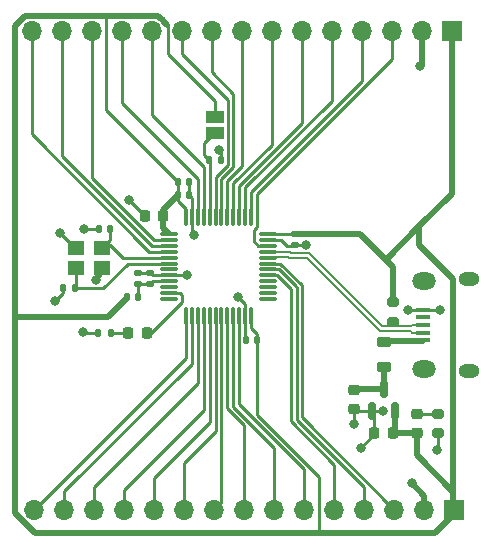
<source format=gbr>
%TF.GenerationSoftware,KiCad,Pcbnew,(6.0.9)*%
%TF.CreationDate,2023-03-20T19:11:49+01:00*%
%TF.ProjectId,STM32F103_prjct2,53544d33-3246-4313-9033-5f70726a6374,rev?*%
%TF.SameCoordinates,Original*%
%TF.FileFunction,Copper,L1,Top*%
%TF.FilePolarity,Positive*%
%FSLAX46Y46*%
G04 Gerber Fmt 4.6, Leading zero omitted, Abs format (unit mm)*
G04 Created by KiCad (PCBNEW (6.0.9)) date 2023-03-20 19:11:49*
%MOMM*%
%LPD*%
G01*
G04 APERTURE LIST*
G04 Aperture macros list*
%AMRoundRect*
0 Rectangle with rounded corners*
0 $1 Rounding radius*
0 $2 $3 $4 $5 $6 $7 $8 $9 X,Y pos of 4 corners*
0 Add a 4 corners polygon primitive as box body*
4,1,4,$2,$3,$4,$5,$6,$7,$8,$9,$2,$3,0*
0 Add four circle primitives for the rounded corners*
1,1,$1+$1,$2,$3*
1,1,$1+$1,$4,$5*
1,1,$1+$1,$6,$7*
1,1,$1+$1,$8,$9*
0 Add four rect primitives between the rounded corners*
20,1,$1+$1,$2,$3,$4,$5,0*
20,1,$1+$1,$4,$5,$6,$7,0*
20,1,$1+$1,$6,$7,$8,$9,0*
20,1,$1+$1,$8,$9,$2,$3,0*%
G04 Aperture macros list end*
%TA.AperFunction,SMDPad,CuDef*%
%ADD10R,1.400000X1.200000*%
%TD*%
%TA.AperFunction,SMDPad,CuDef*%
%ADD11RoundRect,0.075000X-0.662500X-0.075000X0.662500X-0.075000X0.662500X0.075000X-0.662500X0.075000X0*%
%TD*%
%TA.AperFunction,SMDPad,CuDef*%
%ADD12RoundRect,0.075000X-0.075000X-0.662500X0.075000X-0.662500X0.075000X0.662500X-0.075000X0.662500X0*%
%TD*%
%TA.AperFunction,SMDPad,CuDef*%
%ADD13RoundRect,0.150000X0.150000X-0.587500X0.150000X0.587500X-0.150000X0.587500X-0.150000X-0.587500X0*%
%TD*%
%TA.AperFunction,SMDPad,CuDef*%
%ADD14RoundRect,0.135000X0.135000X0.185000X-0.135000X0.185000X-0.135000X-0.185000X0.135000X-0.185000X0*%
%TD*%
%TA.AperFunction,SMDPad,CuDef*%
%ADD15RoundRect,0.200000X-0.275000X0.200000X-0.275000X-0.200000X0.275000X-0.200000X0.275000X0.200000X0*%
%TD*%
%TA.AperFunction,SMDPad,CuDef*%
%ADD16RoundRect,0.135000X-0.135000X-0.185000X0.135000X-0.185000X0.135000X0.185000X-0.135000X0.185000X0*%
%TD*%
%TA.AperFunction,SMDPad,CuDef*%
%ADD17RoundRect,0.147500X-0.147500X-0.172500X0.147500X-0.172500X0.147500X0.172500X-0.147500X0.172500X0*%
%TD*%
%TA.AperFunction,SMDPad,CuDef*%
%ADD18R,1.500000X1.000000*%
%TD*%
%TA.AperFunction,ComponentPad*%
%ADD19R,1.700000X1.700000*%
%TD*%
%TA.AperFunction,ComponentPad*%
%ADD20O,1.700000X1.700000*%
%TD*%
%TA.AperFunction,ComponentPad*%
%ADD21O,1.800000X1.150000*%
%TD*%
%TA.AperFunction,ComponentPad*%
%ADD22O,2.000000X1.450000*%
%TD*%
%TA.AperFunction,SMDPad,CuDef*%
%ADD23R,1.300000X0.450000*%
%TD*%
%TA.AperFunction,SMDPad,CuDef*%
%ADD24RoundRect,0.218750X-0.381250X0.218750X-0.381250X-0.218750X0.381250X-0.218750X0.381250X0.218750X0*%
%TD*%
%TA.AperFunction,SMDPad,CuDef*%
%ADD25RoundRect,0.218750X-0.218750X-0.256250X0.218750X-0.256250X0.218750X0.256250X-0.218750X0.256250X0*%
%TD*%
%TA.AperFunction,SMDPad,CuDef*%
%ADD26RoundRect,0.218750X-0.256250X0.218750X-0.256250X-0.218750X0.256250X-0.218750X0.256250X0.218750X0*%
%TD*%
%TA.AperFunction,SMDPad,CuDef*%
%ADD27RoundRect,0.140000X0.170000X-0.140000X0.170000X0.140000X-0.170000X0.140000X-0.170000X-0.140000X0*%
%TD*%
%TA.AperFunction,SMDPad,CuDef*%
%ADD28RoundRect,0.140000X-0.140000X-0.170000X0.140000X-0.170000X0.140000X0.170000X-0.140000X0.170000X0*%
%TD*%
%TA.AperFunction,SMDPad,CuDef*%
%ADD29RoundRect,0.140000X0.140000X0.170000X-0.140000X0.170000X-0.140000X-0.170000X0.140000X-0.170000X0*%
%TD*%
%TA.AperFunction,SMDPad,CuDef*%
%ADD30RoundRect,0.140000X-0.170000X0.140000X-0.170000X-0.140000X0.170000X-0.140000X0.170000X0.140000X0*%
%TD*%
%TA.AperFunction,SMDPad,CuDef*%
%ADD31RoundRect,0.225000X0.225000X0.250000X-0.225000X0.250000X-0.225000X-0.250000X0.225000X-0.250000X0*%
%TD*%
%TA.AperFunction,SMDPad,CuDef*%
%ADD32RoundRect,0.225000X-0.250000X0.225000X-0.250000X-0.225000X0.250000X-0.225000X0.250000X0.225000X0*%
%TD*%
%TA.AperFunction,ViaPad*%
%ADD33C,0.800000*%
%TD*%
%TA.AperFunction,Conductor*%
%ADD34C,0.250000*%
%TD*%
%TA.AperFunction,Conductor*%
%ADD35C,0.500000*%
%TD*%
%TA.AperFunction,Conductor*%
%ADD36C,0.300000*%
%TD*%
%TA.AperFunction,Conductor*%
%ADD37C,0.200000*%
%TD*%
G04 APERTURE END LIST*
D10*
%TO.P,Y1,1,1*%
%TO.N,/HSE_IN*%
X152700000Y-77150000D03*
%TO.P,Y1,2,2*%
%TO.N,GND*%
X150500000Y-77150000D03*
%TO.P,Y1,3,3*%
%TO.N,/HSE_OUT*%
X150500000Y-78850000D03*
%TO.P,Y1,4,4*%
%TO.N,GND*%
X152700000Y-78850000D03*
%TD*%
D11*
%TO.P,U2,1,VBAT*%
%TO.N,+3.3V*%
X158397500Y-75990000D03*
%TO.P,U2,2,PC13*%
%TO.N,PC13*%
X158397500Y-76490000D03*
%TO.P,U2,3,PC14*%
%TO.N,PC14*%
X158397500Y-76990000D03*
%TO.P,U2,4,PC15*%
%TO.N,PC15*%
X158397500Y-77490000D03*
%TO.P,U2,5,PD0*%
%TO.N,/HSE_IN*%
X158397500Y-77990000D03*
%TO.P,U2,6,PD1*%
%TO.N,/HSE_OUT*%
X158397500Y-78490000D03*
%TO.P,U2,7,NRST*%
%TO.N,unconnected-(U2-Pad7)*%
X158397500Y-78990000D03*
%TO.P,U2,8,VSSA*%
%TO.N,GND*%
X158397500Y-79490000D03*
%TO.P,U2,9,VDDA*%
%TO.N,+3.3VA*%
X158397500Y-79990000D03*
%TO.P,U2,10,PA0*%
%TO.N,unconnected-(U2-Pad10)*%
X158397500Y-80490000D03*
%TO.P,U2,11,PA1*%
%TO.N,Net-(D2-Pad2)*%
X158397500Y-80990000D03*
%TO.P,U2,12,PA2*%
%TO.N,unconnected-(U2-Pad12)*%
X158397500Y-81490000D03*
D12*
%TO.P,U2,13,PA3*%
%TO.N,PA3*%
X159810000Y-82902500D03*
%TO.P,U2,14,PA4*%
%TO.N,PA4*%
X160310000Y-82902500D03*
%TO.P,U2,15,PA5*%
%TO.N,PA5*%
X160810000Y-82902500D03*
%TO.P,U2,16,PA6*%
%TO.N,PA6*%
X161310000Y-82902500D03*
%TO.P,U2,17,PA7*%
%TO.N,PA7*%
X161810000Y-82902500D03*
%TO.P,U2,18,PB0*%
%TO.N,PB0*%
X162310000Y-82902500D03*
%TO.P,U2,19,PB1*%
%TO.N,PB1*%
X162810000Y-82902500D03*
%TO.P,U2,20,PB2*%
%TO.N,PB2*%
X163310000Y-82902500D03*
%TO.P,U2,21,PB10*%
%TO.N,PB10*%
X163810000Y-82902500D03*
%TO.P,U2,22,PB11*%
%TO.N,PB11*%
X164310000Y-82902500D03*
%TO.P,U2,23,VSS*%
%TO.N,GND*%
X164810000Y-82902500D03*
%TO.P,U2,24,VDD*%
%TO.N,+3.3V*%
X165310000Y-82902500D03*
D11*
%TO.P,U2,25,PB12*%
%TO.N,unconnected-(U2-Pad25)*%
X166722500Y-81490000D03*
%TO.P,U2,26,PB13*%
%TO.N,unconnected-(U2-Pad26)*%
X166722500Y-80990000D03*
%TO.P,U2,27,PB14*%
%TO.N,unconnected-(U2-Pad27)*%
X166722500Y-80490000D03*
%TO.P,U2,28,PB15*%
%TO.N,unconnected-(U2-Pad28)*%
X166722500Y-79990000D03*
%TO.P,U2,29,PA8*%
%TO.N,PA8*%
X166722500Y-79490000D03*
%TO.P,U2,30,PA9*%
%TO.N,PA9*%
X166722500Y-78990000D03*
%TO.P,U2,31,PA10*%
%TO.N,PA10*%
X166722500Y-78490000D03*
%TO.P,U2,32,PA11*%
%TO.N,USB_D-*%
X166722500Y-77990000D03*
%TO.P,U2,33,PA12*%
%TO.N,USB_D+*%
X166722500Y-77490000D03*
%TO.P,U2,34,PA13*%
%TO.N,SWDIO*%
X166722500Y-76990000D03*
%TO.P,U2,35,VSS*%
%TO.N,GND*%
X166722500Y-76490000D03*
%TO.P,U2,36,VDD*%
%TO.N,+3.3V*%
X166722500Y-75990000D03*
D12*
%TO.P,U2,37,PA14*%
%TO.N,SWCLK*%
X165310000Y-74577500D03*
%TO.P,U2,38,PA15*%
%TO.N,PA15*%
X164810000Y-74577500D03*
%TO.P,U2,39,PB3*%
%TO.N,SW0*%
X164310000Y-74577500D03*
%TO.P,U2,40,PB4*%
%TO.N,PB4*%
X163810000Y-74577500D03*
%TO.P,U2,41,PB5*%
%TO.N,PB5*%
X163310000Y-74577500D03*
%TO.P,U2,42,PB6*%
%TO.N,PB6*%
X162810000Y-74577500D03*
%TO.P,U2,43,PB7*%
%TO.N,PB7*%
X162310000Y-74577500D03*
%TO.P,U2,44,BOOT0*%
%TO.N,/BOOT0*%
X161810000Y-74577500D03*
%TO.P,U2,45,PB8*%
%TO.N,PB8*%
X161310000Y-74577500D03*
%TO.P,U2,46,PB9*%
%TO.N,PB9*%
X160810000Y-74577500D03*
%TO.P,U2,47,VSS*%
%TO.N,GND*%
X160310000Y-74577500D03*
%TO.P,U2,48,VDD*%
%TO.N,+3.3V*%
X159810000Y-74577500D03*
%TD*%
D13*
%TO.P,U1,1,GND*%
%TO.N,GND*%
X175590000Y-90950500D03*
%TO.P,U1,2,VO*%
%TO.N,+3.3V*%
X177490000Y-90950500D03*
%TO.P,U1,3,VI*%
%TO.N,VCC*%
X176540000Y-89075500D03*
%TD*%
D14*
%TO.P,R4,1*%
%TO.N,Net-(D2-Pad1)*%
X153418000Y-84328000D03*
%TO.P,R4,2*%
%TO.N,GND*%
X152398000Y-84328000D03*
%TD*%
D15*
%TO.P,R3,2*%
%TO.N,USB_D+*%
X177300000Y-83425000D03*
%TO.P,R3,1*%
%TO.N,+3.3V*%
X177300000Y-81775000D03*
%TD*%
D16*
%TO.P,R2,1*%
%TO.N,/BOOT0*%
X161740000Y-69750000D03*
%TO.P,R2,2*%
%TO.N,GND*%
X162760000Y-69750000D03*
%TD*%
D15*
%TO.P,R1,1*%
%TO.N,Net-(D1-Pad1)*%
X181112000Y-91220000D03*
%TO.P,R1,2*%
%TO.N,GND*%
X181112000Y-92870000D03*
%TD*%
D17*
%TO.P,L1,1,1*%
%TO.N,+3.3V*%
X154795000Y-81320000D03*
%TO.P,L1,2,2*%
%TO.N,+3.3VA*%
X155765000Y-81320000D03*
%TD*%
D18*
%TO.P,JP1,2,B*%
%TO.N,/BOOT0*%
X162250000Y-67400000D03*
%TO.P,JP1,1,A*%
%TO.N,+3.3V*%
X162250000Y-66100000D03*
%TD*%
D19*
%TO.P,J3,1,Pin_1*%
%TO.N,+3.3V*%
X182525000Y-99314000D03*
D20*
%TO.P,J3,2,Pin_2*%
%TO.N,GND*%
X179985000Y-99314000D03*
%TO.P,J3,3,Pin_3*%
%TO.N,PA10*%
X177445000Y-99314000D03*
%TO.P,J3,4,Pin_4*%
%TO.N,PA9*%
X174905000Y-99314000D03*
%TO.P,J3,5,Pin_5*%
%TO.N,PA8*%
X172365000Y-99314000D03*
%TO.P,J3,6,Pin_6*%
%TO.N,PB11*%
X169825000Y-99314000D03*
%TO.P,J3,7,Pin_7*%
%TO.N,PB10*%
X167285000Y-99314000D03*
%TO.P,J3,8,Pin_8*%
%TO.N,PB2*%
X164745000Y-99314000D03*
%TO.P,J3,9,Pin_9*%
%TO.N,PB1*%
X162205000Y-99314000D03*
%TO.P,J3,10,Pin_10*%
%TO.N,PB0*%
X159665000Y-99314000D03*
%TO.P,J3,11,Pin_11*%
%TO.N,PA7*%
X157125000Y-99314000D03*
%TO.P,J3,12,Pin_12*%
%TO.N,PA6*%
X154585000Y-99314000D03*
%TO.P,J3,13,Pin_13*%
%TO.N,PA5*%
X152045000Y-99314000D03*
%TO.P,J3,14,Pin_14*%
%TO.N,PA4*%
X149505000Y-99314000D03*
%TO.P,J3,15,Pin_15*%
%TO.N,PA3*%
X146965000Y-99314000D03*
%TD*%
D19*
%TO.P,J2,1,Pin_1*%
%TO.N,+3.3V*%
X182310000Y-58800000D03*
D20*
%TO.P,J2,2,Pin_2*%
%TO.N,GND*%
X179770000Y-58800000D03*
%TO.P,J2,3,Pin_3*%
%TO.N,SWDIO*%
X177230000Y-58800000D03*
%TO.P,J2,4,Pin_4*%
%TO.N,SWCLK*%
X174690000Y-58800000D03*
%TO.P,J2,5,Pin_5*%
%TO.N,PA15*%
X172150000Y-58800000D03*
%TO.P,J2,6,Pin_6*%
%TO.N,SW0*%
X169610000Y-58800000D03*
%TO.P,J2,7,Pin_7*%
%TO.N,PB4*%
X167070000Y-58800000D03*
%TO.P,J2,8,Pin_8*%
%TO.N,PB5*%
X164530000Y-58800000D03*
%TO.P,J2,9,Pin_9*%
%TO.N,PB6*%
X161990000Y-58800000D03*
%TO.P,J2,10,Pin_10*%
%TO.N,PB7*%
X159450000Y-58800000D03*
%TO.P,J2,11,Pin_11*%
%TO.N,PB8*%
X156910000Y-58800000D03*
%TO.P,J2,12,Pin_12*%
%TO.N,PB9*%
X154370000Y-58800000D03*
%TO.P,J2,13,Pin_13*%
%TO.N,PC13*%
X151830000Y-58800000D03*
%TO.P,J2,14,Pin_14*%
%TO.N,PC14*%
X149290000Y-58800000D03*
%TO.P,J2,15,Pin_15*%
%TO.N,PC15*%
X146750000Y-58800000D03*
%TD*%
D21*
%TO.P,J1,6,Shield*%
%TO.N,N/C*%
X183756000Y-79811000D03*
X183756000Y-87561000D03*
D22*
X179956000Y-79961000D03*
X179956000Y-87411000D03*
D23*
%TO.P,J1,5,GND*%
%TO.N,GND*%
X179906000Y-82386000D03*
%TO.P,J1,4,ID*%
%TO.N,unconnected-(J1-Pad4)*%
X179906000Y-83036000D03*
%TO.P,J1,3,D+*%
%TO.N,USB_D+*%
X179906000Y-83686000D03*
%TO.P,J1,2,D-*%
%TO.N,USB_D-*%
X179906000Y-84336000D03*
%TO.P,J1,1,VBUS*%
%TO.N,+5V*%
X179906000Y-84986000D03*
%TD*%
D24*
%TO.P,FB1,1*%
%TO.N,+5V*%
X176540000Y-85140500D03*
%TO.P,FB1,2*%
%TO.N,VCC*%
X176540000Y-87265500D03*
%TD*%
D25*
%TO.P,D2,1,K*%
%TO.N,Net-(D2-Pad1)*%
X154914500Y-84328000D03*
%TO.P,D2,2,A*%
%TO.N,Net-(D2-Pad2)*%
X156489500Y-84328000D03*
%TD*%
D26*
%TO.P,D1,1,K*%
%TO.N,Net-(D1-Pad1)*%
X179334000Y-91257500D03*
%TO.P,D1,2,A*%
%TO.N,+3.3V*%
X179334000Y-92832500D03*
%TD*%
D27*
%TO.P,C11,1*%
%TO.N,+3.3VA*%
X155750000Y-80230000D03*
%TO.P,C11,2*%
%TO.N,GND*%
X155750000Y-79270000D03*
%TD*%
%TO.P,C10,2*%
%TO.N,GND*%
X156800000Y-79270000D03*
%TO.P,C10,1*%
%TO.N,+3.3VA*%
X156800000Y-80230000D03*
%TD*%
D28*
%TO.P,C9,1*%
%TO.N,+3.3V*%
X159120000Y-71600000D03*
%TO.P,C9,2*%
%TO.N,GND*%
X160080000Y-71600000D03*
%TD*%
D29*
%TO.P,C8,2*%
%TO.N,GND*%
X164874000Y-85000000D03*
%TO.P,C8,1*%
%TO.N,+3.3V*%
X165834000Y-85000000D03*
%TD*%
%TO.P,C7,1*%
%TO.N,/HSE_OUT*%
X150380000Y-80600000D03*
%TO.P,C7,2*%
%TO.N,GND*%
X149420000Y-80600000D03*
%TD*%
D30*
%TO.P,C6,2*%
%TO.N,GND*%
X169000000Y-76960000D03*
%TO.P,C6,1*%
%TO.N,+3.3V*%
X169000000Y-76000000D03*
%TD*%
D28*
%TO.P,C5,2*%
%TO.N,GND*%
X160080000Y-72700000D03*
%TO.P,C5,1*%
%TO.N,+3.3V*%
X159120000Y-72700000D03*
%TD*%
D29*
%TO.P,C4,2*%
%TO.N,GND*%
X152428000Y-75600000D03*
%TO.P,C4,1*%
%TO.N,/HSE_IN*%
X153388000Y-75600000D03*
%TD*%
D31*
%TO.P,C3,2*%
%TO.N,GND*%
X156325000Y-74500000D03*
%TO.P,C3,1*%
%TO.N,+3.3V*%
X157875000Y-74500000D03*
%TD*%
%TO.P,C2,1*%
%TO.N,+3.3V*%
X177315000Y-92807000D03*
%TO.P,C2,2*%
%TO.N,GND*%
X175765000Y-92807000D03*
%TD*%
D32*
%TO.P,C1,1*%
%TO.N,VCC*%
X174000000Y-89225000D03*
%TO.P,C1,2*%
%TO.N,GND*%
X174000000Y-90775000D03*
%TD*%
D33*
%TO.N,GND*%
X151075000Y-84300000D03*
X148700000Y-81675000D03*
X179650000Y-61750000D03*
X178925000Y-97075000D03*
X152150000Y-79875500D03*
X149125000Y-75875000D03*
X159850000Y-79500000D03*
X170000000Y-76900500D03*
X174000000Y-92100000D03*
X176500000Y-91000000D03*
X174600000Y-94100000D03*
X181100000Y-94300000D03*
X155000000Y-73100000D03*
X151200000Y-75600000D03*
X178600000Y-82400000D03*
X181300000Y-82400000D03*
X164200000Y-81300000D03*
X160500000Y-76100000D03*
X162630500Y-68900000D03*
%TD*%
D34*
%TO.N,+3.3V*%
X153005000Y-57555000D02*
X152950000Y-57500000D01*
X153005000Y-65485000D02*
X153005000Y-57555000D01*
X159120000Y-71600000D02*
X153005000Y-65485000D01*
D35*
X152950000Y-57500000D02*
X157448478Y-57500000D01*
X146211522Y-57500000D02*
X152950000Y-57500000D01*
D34*
X159120000Y-72700000D02*
X159120000Y-71600000D01*
X158275000Y-60775000D02*
X158275000Y-58326522D01*
X158275000Y-58326522D02*
X158210000Y-58261522D01*
D35*
X157874239Y-57925761D02*
X158210000Y-58261522D01*
D34*
X162250000Y-64750000D02*
X158275000Y-60775000D01*
X162250000Y-66100000D02*
X162250000Y-64750000D01*
X159810000Y-73860000D02*
X159120000Y-73170000D01*
X159120000Y-73170000D02*
X159120000Y-72700000D01*
X159810000Y-74577500D02*
X159810000Y-73860000D01*
%TO.N,GND*%
X151103000Y-84328000D02*
X151075000Y-84300000D01*
X152398000Y-84328000D02*
X151103000Y-84328000D01*
X149420000Y-80955000D02*
X148700000Y-81675000D01*
X149420000Y-80600000D02*
X149420000Y-80955000D01*
D35*
X179770000Y-61630000D02*
X179650000Y-61750000D01*
X179770000Y-58800000D02*
X179770000Y-61630000D01*
X179985000Y-98135000D02*
X178925000Y-97075000D01*
X179985000Y-99314000D02*
X179985000Y-98135000D01*
D36*
X152700000Y-79325500D02*
X152150000Y-79875500D01*
X152700000Y-78850000D02*
X152700000Y-79325500D01*
X150400000Y-77150000D02*
X149125000Y-75875000D01*
X150500000Y-77150000D02*
X150400000Y-77150000D01*
D34*
X159840000Y-79490000D02*
X159850000Y-79500000D01*
X158397500Y-79490000D02*
X159840000Y-79490000D01*
D35*
%TO.N,+3.3V*%
X179550000Y-75350000D02*
X182310000Y-72590000D01*
X182310000Y-72590000D02*
X182310000Y-58800000D01*
D34*
%TO.N,GND*%
X169940500Y-76960000D02*
X170000000Y-76900500D01*
X169000000Y-76960000D02*
X169940500Y-76960000D01*
D35*
%TO.N,+3.3V*%
X157824239Y-57875761D02*
X157874239Y-57925761D01*
X157624239Y-57675761D02*
X157824239Y-57875761D01*
X157448478Y-57500000D02*
X157624239Y-57675761D01*
X145300000Y-58411522D02*
X146211522Y-57500000D01*
X145300000Y-83000000D02*
X145300000Y-58411522D01*
D34*
%TO.N,PC15*%
X146750000Y-67550391D02*
X146750000Y-58800000D01*
%TO.N,PC14*%
X149290000Y-69354213D02*
X149290000Y-58800000D01*
%TO.N,PC13*%
X151830000Y-71257817D02*
X151830000Y-58800000D01*
%TO.N,PB9*%
X154370000Y-64922391D02*
X154370000Y-58800000D01*
%TO.N,PB8*%
X156910000Y-65890538D02*
X156910000Y-58800000D01*
X161310000Y-70290538D02*
X156910000Y-65890538D01*
X161310000Y-74577500D02*
X161310000Y-70290538D01*
%TO.N,SWDIO*%
X177230000Y-61170000D02*
X177230000Y-58800000D01*
X165800000Y-72600000D02*
X177230000Y-61170000D01*
%TO.N,SWCLK*%
X174690000Y-62990000D02*
X174690000Y-58800000D01*
%TO.N,PA15*%
X172150000Y-64686396D02*
X172150000Y-58800000D01*
%TO.N,SW0*%
X169610000Y-66590000D02*
X169610000Y-58800000D01*
X164310000Y-71890000D02*
X169610000Y-66590000D01*
X164310000Y-74577500D02*
X164310000Y-71890000D01*
%TO.N,PB4*%
X167070000Y-68430000D02*
X167070000Y-58800000D01*
X163810000Y-71690000D02*
X167070000Y-68430000D01*
X163810000Y-74577500D02*
X163810000Y-71690000D01*
%TO.N,PB5*%
X164530000Y-70270000D02*
X164530000Y-58800000D01*
%TO.N,PB6*%
X163805000Y-64105000D02*
X161990000Y-62290000D01*
X163805000Y-70311934D02*
X163805000Y-64105000D01*
X162810000Y-71306934D02*
X163805000Y-70311934D01*
X162810000Y-74577500D02*
X162810000Y-71306934D01*
X161990000Y-62290000D02*
X161990000Y-58800000D01*
%TO.N,PB7*%
X159450000Y-60750000D02*
X159450000Y-58800000D01*
X163355000Y-64655000D02*
X159450000Y-60750000D01*
X163355000Y-70125538D02*
X163355000Y-64655000D01*
X162310000Y-74577500D02*
X162310000Y-71170538D01*
X162310000Y-71170538D02*
X163355000Y-70125538D01*
D35*
%TO.N,VCC*%
X174149500Y-89075500D02*
X174000000Y-89225000D01*
X176540000Y-89075500D02*
X174149500Y-89075500D01*
X176540000Y-87265500D02*
X176540000Y-89075500D01*
%TO.N,+5V*%
X176669500Y-85011000D02*
X179906000Y-85011000D01*
X176540000Y-85140500D02*
X176669500Y-85011000D01*
D34*
%TO.N,GND*%
X174000000Y-90775000D02*
X174000000Y-92100000D01*
X176450500Y-90950500D02*
X176500000Y-91000000D01*
X175590000Y-90950500D02*
X176450500Y-90950500D01*
X175765000Y-92935000D02*
X174600000Y-94100000D01*
X175765000Y-92807000D02*
X175765000Y-92935000D01*
X174175500Y-90950500D02*
X174000000Y-90775000D01*
X175590000Y-90950500D02*
X174175500Y-90950500D01*
X175765000Y-91125500D02*
X175590000Y-90950500D01*
X175765000Y-92807000D02*
X175765000Y-91125500D01*
X181112000Y-94288000D02*
X181100000Y-94300000D01*
X181112000Y-92870000D02*
X181112000Y-94288000D01*
%TO.N,Net-(D1-Pad1)*%
X179371500Y-91220000D02*
X179334000Y-91257500D01*
X181112000Y-91220000D02*
X179371500Y-91220000D01*
%TO.N,GND*%
X156325000Y-74425000D02*
X155000000Y-73100000D01*
X156325000Y-74500000D02*
X156325000Y-74425000D01*
D35*
%TO.N,+3.3V*%
X157875000Y-73945000D02*
X159120000Y-72700000D01*
X157875000Y-74500000D02*
X157875000Y-73945000D01*
X158297500Y-75890000D02*
X158397500Y-75890000D01*
X157875000Y-75467500D02*
X158297500Y-75890000D01*
X157875000Y-74500000D02*
X157875000Y-75467500D01*
D34*
%TO.N,GND*%
X157020000Y-79490000D02*
X156800000Y-79270000D01*
X158397500Y-79490000D02*
X157020000Y-79490000D01*
X156800000Y-79270000D02*
X155750000Y-79270000D01*
D35*
%TO.N,+3.3V*%
X154795000Y-81320000D02*
X154795000Y-81405000D01*
X154795000Y-81405000D02*
X153200000Y-83000000D01*
X153200000Y-83000000D02*
X145300000Y-83000000D01*
X145300000Y-99600000D02*
X145300000Y-83000000D01*
D34*
%TO.N,+3.3VA*%
X155750000Y-81305000D02*
X155765000Y-81320000D01*
X155750000Y-80230000D02*
X155750000Y-81305000D01*
X156800000Y-80230000D02*
X155750000Y-80230000D01*
X157040000Y-79990000D02*
X156800000Y-80230000D01*
X158397500Y-79990000D02*
X157040000Y-79990000D01*
%TO.N,Net-(D2-Pad2)*%
X159460000Y-81160000D02*
X159290000Y-80990000D01*
X159290000Y-80990000D02*
X158397500Y-80990000D01*
X159460000Y-81730685D02*
X159460000Y-81160000D01*
X156862685Y-84328000D02*
X159460000Y-81730685D01*
X156489500Y-84328000D02*
X156862685Y-84328000D01*
%TO.N,Net-(D2-Pad1)*%
X154914500Y-84328000D02*
X153418000Y-84328000D01*
%TO.N,GND*%
X152428000Y-75600000D02*
X151200000Y-75600000D01*
%TO.N,/HSE_IN*%
X153388000Y-76462000D02*
X153388000Y-75600000D01*
X152700000Y-77150000D02*
X153388000Y-76462000D01*
X154490000Y-77990000D02*
X153400000Y-76900000D01*
X158397500Y-77990000D02*
X154490000Y-77990000D01*
%TO.N,/HSE_OUT*%
X150500000Y-80480000D02*
X150380000Y-80600000D01*
X150500000Y-78850000D02*
X150500000Y-80480000D01*
X152800000Y-80600000D02*
X150380000Y-80600000D01*
X154910000Y-78490000D02*
X152800000Y-80600000D01*
X158397500Y-78490000D02*
X154910000Y-78490000D01*
%TO.N,GND*%
X178614000Y-82386000D02*
X178600000Y-82400000D01*
X179906000Y-82386000D02*
X178614000Y-82386000D01*
X181286000Y-82386000D02*
X181300000Y-82400000D01*
X179906000Y-82386000D02*
X181286000Y-82386000D01*
D35*
%TO.N,+3.3V*%
X179550000Y-75350000D02*
X176700000Y-78200000D01*
X176700000Y-78200000D02*
X177300000Y-78800000D01*
X174500000Y-76000000D02*
X176700000Y-78200000D01*
X177300000Y-78800000D02*
X177300000Y-81775000D01*
D37*
%TO.N,USB_D-*%
X178930999Y-84336000D02*
X179906000Y-84336000D01*
X178830999Y-84236000D02*
X178930999Y-84336000D01*
X176240538Y-84236000D02*
X178830999Y-84236000D01*
X170054519Y-78049981D02*
X176240538Y-84236000D01*
X168521357Y-78049981D02*
X170054519Y-78049981D01*
X168436377Y-77965001D02*
X168521357Y-78049981D01*
X166747499Y-77965001D02*
X168436377Y-77965001D01*
X166722500Y-77990000D02*
X166747499Y-77965001D01*
%TO.N,USB_D+*%
X178930999Y-83686000D02*
X179906000Y-83686000D01*
X178830999Y-83786000D02*
X178930999Y-83686000D01*
X176426938Y-83786000D02*
X178830999Y-83786000D01*
X170240938Y-77600000D02*
X176426938Y-83786000D01*
X168707746Y-77600000D02*
X170240938Y-77600000D01*
X168622745Y-77514999D02*
X168707746Y-77600000D01*
X166722500Y-77490000D02*
X166747499Y-77514999D01*
X166747499Y-77514999D02*
X168622745Y-77514999D01*
D35*
%TO.N,+3.3V*%
X179550000Y-76950000D02*
X179550000Y-75350000D01*
X182400000Y-79800000D02*
X179550000Y-76950000D01*
X182406000Y-99195000D02*
X182406000Y-79806000D01*
X182406000Y-79806000D02*
X182400000Y-79800000D01*
X182525000Y-99314000D02*
X182406000Y-99195000D01*
X179334000Y-94734000D02*
X182400000Y-97800000D01*
X182400000Y-97900000D02*
X182400000Y-99189000D01*
X182400000Y-97800000D02*
X182400000Y-97900000D01*
X182400000Y-79800000D02*
X182400000Y-97900000D01*
X179334000Y-92832500D02*
X179334000Y-94734000D01*
X182400000Y-99189000D02*
X182525000Y-99314000D01*
X174500000Y-76000000D02*
X169000000Y-76000000D01*
X179308500Y-92807000D02*
X179334000Y-92832500D01*
X177315000Y-92807000D02*
X179308500Y-92807000D01*
X177490000Y-92632000D02*
X177315000Y-92807000D01*
X177490000Y-90950500D02*
X177490000Y-92632000D01*
D34*
%TO.N,PA8*%
X167525685Y-79490000D02*
X166722500Y-79490000D01*
X172365000Y-95506792D02*
X168700000Y-91841792D01*
X168700000Y-91841792D02*
X168700000Y-80664315D01*
X168700000Y-80664315D02*
X167525685Y-79490000D01*
X172365000Y-99314000D02*
X172365000Y-95506792D01*
%TO.N,PA9*%
X169200000Y-80527920D02*
X169086040Y-80413960D01*
X169200000Y-91705396D02*
X169200000Y-80527920D01*
X174905000Y-97410396D02*
X169200000Y-91705396D01*
X174905000Y-99314000D02*
X174905000Y-97410396D01*
X167662081Y-78990000D02*
X169086040Y-80413960D01*
X169086040Y-80413960D02*
X169200000Y-80527919D01*
%TO.N,+3.3V*%
X171100000Y-96549604D02*
X171100000Y-101200000D01*
X165834000Y-91283604D02*
X171100000Y-96549604D01*
X171100000Y-101200000D02*
X171000000Y-101300000D01*
X165834000Y-85000000D02*
X165834000Y-91283604D01*
D35*
X171000000Y-101300000D02*
X147000000Y-101300000D01*
X180900000Y-101300000D02*
X171000000Y-101300000D01*
D34*
X165834000Y-84434000D02*
X165834000Y-85000000D01*
X165310000Y-83910000D02*
X165834000Y-84434000D01*
X165310000Y-82902500D02*
X165310000Y-83910000D01*
%TO.N,GND*%
X164810000Y-81910000D02*
X164200000Y-81300000D01*
X164810000Y-82902500D02*
X164810000Y-81910000D01*
X164810000Y-84936000D02*
X164810000Y-82902500D01*
X164874000Y-85000000D02*
X164810000Y-84936000D01*
X160310000Y-75910000D02*
X160500000Y-76100000D01*
X160310000Y-74577500D02*
X160310000Y-75910000D01*
%TO.N,+3.3V*%
X168990000Y-75990000D02*
X169000000Y-76000000D01*
X166722500Y-75990000D02*
X168990000Y-75990000D01*
%TO.N,GND*%
X168400000Y-77000000D02*
X168960000Y-77000000D01*
X167890000Y-76490000D02*
X168400000Y-77000000D01*
X168960000Y-77000000D02*
X169000000Y-76960000D01*
X166722500Y-76490000D02*
X167890000Y-76490000D01*
X162760000Y-69029500D02*
X162630500Y-68900000D01*
X162760000Y-69750000D02*
X162760000Y-69029500D01*
%TO.N,/BOOT0*%
X161300000Y-69310000D02*
X161740000Y-69750000D01*
X162200000Y-67400000D02*
X161300000Y-68300000D01*
X162250000Y-67400000D02*
X162200000Y-67400000D01*
X161300000Y-68300000D02*
X161300000Y-69310000D01*
X161810000Y-69820000D02*
X161740000Y-69750000D01*
X161810000Y-74577500D02*
X161810000Y-69820000D01*
D35*
%TO.N,+3.3V*%
X147000000Y-101300000D02*
X145300000Y-99600000D01*
X182525000Y-99675000D02*
X180900000Y-101300000D01*
X182525000Y-99314000D02*
X182525000Y-99675000D01*
D34*
%TO.N,SWDIO*%
X165800000Y-75390685D02*
X165800000Y-72600000D01*
X165550685Y-75640000D02*
X165800000Y-75390685D01*
X165550685Y-76621370D02*
X165550685Y-75640000D01*
X165919315Y-76990000D02*
X165550685Y-76621370D01*
X166722500Y-76990000D02*
X165919315Y-76990000D01*
%TO.N,SWCLK*%
X174700000Y-63000000D02*
X174690000Y-62990000D01*
X165310000Y-72390000D02*
X174700000Y-63000000D01*
X165310000Y-74577500D02*
X165310000Y-72390000D01*
%TO.N,PA15*%
X164810000Y-73774315D02*
X164800000Y-73764315D01*
X164800000Y-73764315D02*
X164800000Y-72036396D01*
X164810000Y-74577500D02*
X164810000Y-73774315D01*
X164800000Y-72036396D02*
X172150000Y-64686396D01*
%TO.N,PB5*%
X163310000Y-71490000D02*
X164530000Y-70270000D01*
X163310000Y-74577500D02*
X163310000Y-71490000D01*
%TO.N,PB9*%
X160810000Y-74577500D02*
X160810000Y-71362391D01*
X160810000Y-71362391D02*
X154370000Y-64922391D01*
%TO.N,GND*%
X160080000Y-72700000D02*
X160080000Y-71600000D01*
X160310000Y-72930000D02*
X160080000Y-72700000D01*
X160310000Y-74577500D02*
X160310000Y-72930000D01*
%TO.N,PC15*%
X156689609Y-77490000D02*
X146750000Y-67550391D01*
X158397500Y-77490000D02*
X156689609Y-77490000D01*
%TO.N,PC14*%
X156925787Y-76990000D02*
X149290000Y-69354213D01*
X158397500Y-76990000D02*
X156925787Y-76990000D01*
%TO.N,PC13*%
X157062183Y-76490000D02*
X151830000Y-71257817D01*
X158397500Y-76490000D02*
X157062183Y-76490000D01*
%TO.N,PA5*%
X152000000Y-97400000D02*
X152045000Y-97445000D01*
X160810000Y-88590000D02*
X152000000Y-97400000D01*
X160810000Y-82902500D02*
X160810000Y-88590000D01*
X152045000Y-97445000D02*
X152045000Y-99314000D01*
%TO.N,PA10*%
X169650000Y-80341523D02*
X167798477Y-78490000D01*
X167798477Y-78490000D02*
X166722500Y-78490000D01*
X177445000Y-99314000D02*
X169650000Y-91519000D01*
X169650000Y-91519000D02*
X169650000Y-80341523D01*
%TO.N,PA9*%
X166722500Y-78990000D02*
X167662081Y-78990000D01*
%TO.N,PB2*%
X164745000Y-92181396D02*
X164745000Y-99314000D01*
X163310000Y-90746396D02*
X164745000Y-92181396D01*
X163310000Y-82902500D02*
X163310000Y-90746396D01*
%TO.N,PB10*%
X167300000Y-94100000D02*
X167285000Y-94115000D01*
X163810000Y-90610000D02*
X167300000Y-94100000D01*
X163810000Y-82902500D02*
X163810000Y-90610000D01*
X167285000Y-94115000D02*
X167285000Y-99314000D01*
%TO.N,PB11*%
X169825000Y-95911000D02*
X169825000Y-99314000D01*
X164269000Y-84637391D02*
X164269000Y-90355000D01*
X164310000Y-84596391D02*
X164269000Y-84637391D01*
X164269000Y-90355000D02*
X169825000Y-95911000D01*
X164310000Y-82902500D02*
X164310000Y-84596391D01*
%TO.N,PA3*%
X159810000Y-86469000D02*
X146965000Y-99314000D01*
X159810000Y-82902500D02*
X159810000Y-86469000D01*
%TO.N,PA4*%
X149505000Y-97762604D02*
X149505000Y-99314000D01*
X160310000Y-86957604D02*
X149505000Y-97762604D01*
X160310000Y-82902500D02*
X160310000Y-86957604D01*
%TO.N,PA6*%
X161310000Y-90912000D02*
X154585000Y-97637000D01*
X154585000Y-97637000D02*
X154585000Y-99314000D01*
X161310000Y-82902500D02*
X161310000Y-90912000D01*
%TO.N,PA7*%
X157125000Y-96621000D02*
X157125000Y-99314000D01*
X161810000Y-91936000D02*
X157125000Y-96621000D01*
X161810000Y-82902500D02*
X161810000Y-91936000D01*
%TO.N,PB0*%
X159665000Y-95351000D02*
X159665000Y-99314000D01*
X162310000Y-92706000D02*
X159665000Y-95351000D01*
X162310000Y-82902500D02*
X162310000Y-92706000D01*
%TO.N,PB1*%
X162810000Y-98709000D02*
X162205000Y-99314000D01*
X162810000Y-82902500D02*
X162810000Y-98709000D01*
%TD*%
M02*

</source>
